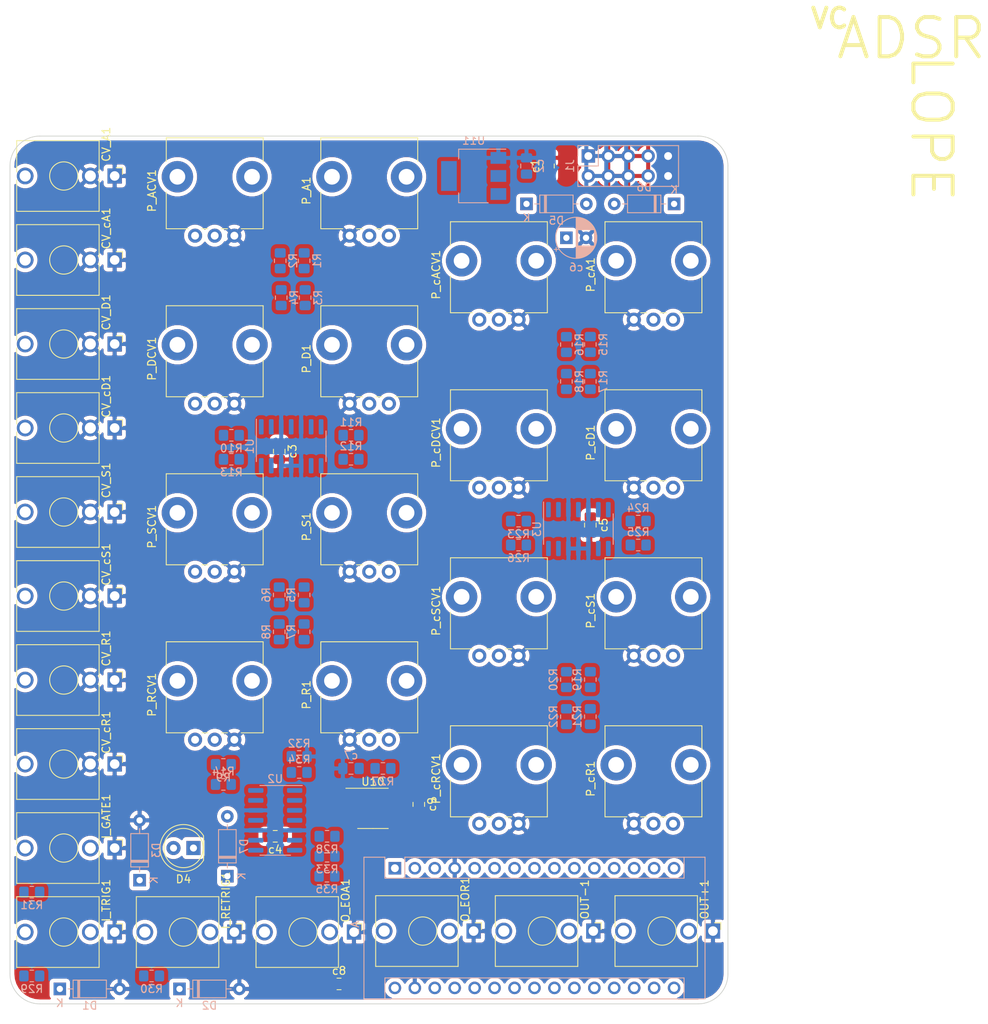
<source format=kicad_pcb>
(kicad_pcb (version 20171130) (host pcbnew 5.1.9-73d0e3b20d~88~ubuntu18.04.1)
  (layers (0 F.Cu signal) (31 B.Cu signal) (34 B.Paste user) (35 F.Paste user) (36 B.SilkS user) (37 F.SilkS user) (38 B.Mask user) (39 F.Mask user) (44 Edge.Cuts user))
  (net 0 "")
  (net 1 /A)
  (net 2 GND)
  (net 3 /D)
  (net 4 "Net-(A1-Pad5)")
  (net 5 /S)
  (net 6 "Net-(A1-Pad6)")
  (net 7 /R)
  (net 8 "Net-(A1-Pad7)")
  (net 9 /cA)
  (net 10 "Net-(A1-Pad8)")
  (net 11 /cD)
  (net 12 "Net-(A1-Pad9)")
  (net 13 /cS)
  (net 14 /GATE)
  (net 15 /cR)
  (net 16 "Net-(A1-Pad11)")
  (net 17 +5V)
  (net 18 "Net-(A1-Pad12)")
  (net 19 "Net-(A1-Pad13)")
  (net 20 -12V)
  (net 21 +12V)
  (net 22 "Net-(CV_A1-PadT)")
  (net 23 "Net-(CV_cA1-PadT)")
  (net 24 "Net-(CV_cD1-PadT)")
  (net 25 "Net-(CV_cR1-PadT)")
  (net 26 "Net-(CV_cS1-PadT)")
  (net 27 "Net-(CV_D1-PadT)")
  (net 28 "Net-(CV_R1-PadT)")
  (net 29 "Net-(CV_S1-PadT)")
  (net 30 "Net-(D4-Pad1)")
  (net 31 "Net-(D4-Pad2)")
  (net 32 "Net-(D6-Pad1)")
  (net 33 "Net-(I_GATE1-PadT)")
  (net 34 "Net-(I_RETRIG1-PadT)")
  (net 35 "Net-(I_TRIG1-PadT)")
  (net 36 "Net-(OUT+1-PadT)")
  (net 37 "Net-(OUT-1-PadT)")
  (net 38 "Net-(P_A1-Pad2)")
  (net 39 -5V)
  (net 40 "Net-(P_ACV1-Pad2)")
  (net 41 "Net-(P_cA1-Pad2)")
  (net 42 "Net-(P_cACV1-Pad2)")
  (net 43 "Net-(P_cD1-Pad2)")
  (net 44 "Net-(P_cDCV1-Pad2)")
  (net 45 "Net-(P_cR1-Pad2)")
  (net 46 "Net-(P_cRCV1-Pad2)")
  (net 47 "Net-(P_cS1-Pad2)")
  (net 48 "Net-(P_cSCV1-Pad2)")
  (net 49 "Net-(P_D1-Pad2)")
  (net 50 "Net-(P_DCV1-Pad2)")
  (net 51 "Net-(P_R1-Pad2)")
  (net 52 "Net-(P_RCV1-Pad2)")
  (net 53 "Net-(P_S1-Pad2)")
  (net 54 "Net-(P_SCV1-Pad2)")
  (net 55 "Net-(R1-Pad1)")
  (net 56 "Net-(R11-Pad2)")
  (net 57 "Net-(R12-Pad2)")
  (net 58 "Net-(R13-Pad2)")
  (net 59 "Net-(R14-Pad2)")
  (net 60 "Net-(R15-Pad1)")
  (net 61 "Net-(R17-Pad1)")
  (net 62 "Net-(R19-Pad1)")
  (net 63 "Net-(R21-Pad1)")
  (net 64 "Net-(R27-Pad2)")
  (net 65 "Net-(R28-Pad1)")
  (net 66 "Net-(R32-Pad2)")
  (net 67 "Net-(D5-Pad2)")
  (net 68 "Net-(R27-Pad1)")
  (net 69 "Net-(A1-Pad16)")
  (net 70 "Net-(A1-Pad15)")
  (net 71 "Net-(A1-Pad30)")
  (net 72 "Net-(A1-Pad14)")
  (net 73 "Net-(A1-Pad28)")
  (net 74 "Net-(A1-Pad3)")
  (net 75 "Net-(A1-Pad18)")
  (net 76 "Net-(A1-Pad2)")
  (net 77 "Net-(A1-Pad17)")
  (net 78 "Net-(A1-Pad1)")
  (net 79 "Net-(I_GATE1-PadTN)")
  (net 80 "Net-(I_RETRIG1-PadTN)")
  (net 81 "Net-(I_TRIG1-PadTN)")
  (net 82 "Net-(O_EOA1-PadTN)")
  (net 83 "Net-(O_EOR1-PadTN)")
  (net 84 "Net-(OUT+1-PadTN)")
  (net 85 "Net-(OUT-1-PadTN)")
  (module Capacitor_SMD:C_0805_2012Metric_Pad1.18x1.45mm_HandSolder (layer F.Cu) (at 207.01 44.45 90)
    (fp_text reference c1 (at 0 -1.68 90) (layer F.SilkS))
    (fp_text value 100n)
    (pad 2 smd roundrect (at 1.0375 0 90) (size 1.175 1.45) (layers F.Cu F.Paste F.Mask) (roundrect_rratio 0.212766) (net 2 GND))
    (pad 1 smd roundrect (at -1.0375 0 90) (size 1.175 1.45) (layers F.Cu F.Paste F.Mask) (roundrect_rratio 0.212766) (net 17 +5V))
  )
  (module Capacitor_SMD:C_0805_2012Metric_Pad1.18x1.45mm_HandSolder (layer F.Cu) (at 190.5 125.73 270)
    (fp_text reference c9 (at 0 -1.68 90) (layer F.SilkS))
    (fp_text value 100n)
    (pad 2 smd roundrect (at 1.0375 0 270) (size 1.175 1.45) (layers F.Cu F.Paste F.Mask) (roundrect_rratio 0.212766) (net 17 +5V))
    (pad 1 smd roundrect (at -1.0375 0 270) (size 1.175 1.45) (layers F.Cu F.Paste F.Mask) (roundrect_rratio 0.212766) (net 2 GND))
  )
  (module Capacitor_SMD:C_0805_2012Metric_Pad1.18x1.45mm_HandSolder (layer F.Cu) (at 180.34 148.59)
    (fp_text reference c8 (at 0 -1.68) (layer F.SilkS))
    (fp_text value 100n)
    (pad 2 smd roundrect (at 1.0375 0) (size 1.175 1.45) (layers F.Cu F.Paste F.Mask) (roundrect_rratio 0.212766) (net 17 +5V))
    (pad 1 smd roundrect (at -1.0375 0) (size 1.175 1.45) (layers F.Cu F.Paste F.Mask) (roundrect_rratio 0.212766) (net 2 GND))
  )
  (module Connector_PinHeader_2.54mm:PinHeader_2x05_P2.54mm_Vertical (layer B.Cu) (at 212.09 43.18 270)
    (fp_text reference J1 (at 1.27 2.33 90) (layer B.SilkS) (effects (justify mirror)))
    (fp_text value Conn_02x05_Counter_Clockwise)
    (pad 10 thru_hole oval (at 2.54 -10.16 270) (size 1.7 1.7) (drill 1) (layers *.Cu *.Mask) (net 32 "Net-(D6-Pad1)"))
    (pad 9 thru_hole oval (at 0 -10.16 270) (size 1.7 1.7) (drill 1) (layers *.Cu *.Mask) (net 32 "Net-(D6-Pad1)"))
    (pad 8 thru_hole oval (at 2.54 -7.62 270) (size 1.7 1.7) (drill 1) (layers *.Cu *.Mask) (net 2 GND))
    (pad 7 thru_hole oval (at 0 -7.62 270) (size 1.7 1.7) (drill 1) (layers *.Cu *.Mask) (net 2 GND))
    (pad 6 thru_hole oval (at 2.54 -5.08 270) (size 1.7 1.7) (drill 1) (layers *.Cu *.Mask) (net 2 GND))
    (pad 5 thru_hole oval (at 0 -5.08 270) (size 1.7 1.7) (drill 1) (layers *.Cu *.Mask) (net 2 GND))
    (pad 4 thru_hole oval (at 2.54 -2.54 270) (size 1.7 1.7) (drill 1) (layers *.Cu *.Mask) (net 2 GND))
    (pad 3 thru_hole oval (at 0 -2.54 270) (size 1.7 1.7) (drill 1) (layers *.Cu *.Mask) (net 2 GND))
    (pad 2 thru_hole oval (at 2.54 0 270) (size 1.7 1.7) (drill 1) (layers *.Cu *.Mask) (net 67 "Net-(D5-Pad2)"))
    (pad 1 thru_hole rect (at 0 0 270) (size 1.7 1.7) (drill 1) (layers *.Cu *.Mask) (net 67 "Net-(D5-Pad2)"))
  )
  (module Diode_THT:D_DO-35_SOD27_P7.62mm_Horizontal (layer B.Cu) (at 204.216 49.276)
    (fp_text reference D5 (at 3.81 2.12) (layer B.SilkS) (effects (justify mirror)))
    (fp_text value D)
    (fp_text user K (at 0 1.8) (layer B.SilkS) (effects (justify mirror)))
    (pad 2 thru_hole oval (at 7.62 0) (size 1.6 1.6) (drill 0.8) (layers *.Cu *.Mask) (net 67 "Net-(D5-Pad2)"))
    (pad 1 thru_hole rect (at 0 0) (size 1.6 1.6) (drill 0.8) (layers *.Cu *.Mask) (net 21 +12V))
  )
  (module Capacitor_THT:CP_Radial_D5.0mm_P2.50mm (layer B.Cu) (at 209.296 53.594)
    (fp_text reference c6 (at 1.25 3.75 180) (layer B.SilkS) (effects (justify mirror)))
    (fp_text value 47u)
    (pad 2 thru_hole circle (at 2.5 0) (size 1.6 1.6) (drill 0.8) (layers *.Cu *.Mask) (net 2 GND))
    (pad 1 thru_hole rect (at 0 0) (size 1.6 1.6) (drill 0.8) (layers *.Cu *.Mask) (net 21 +12V))
  )
  (module Module:Arduino_Nano (layer B.Cu) (at 187.452 133.858 270)
    (fp_text reference A1 (at 7.62 5.08 270) (layer B.SilkS) (effects (justify mirror)))
    (fp_text value Arduino_Nano_Every)
    (pad 16 thru_hole oval (at 15.24 -35.56 270) (size 1.6 1.6) (drill 1) (layers *.Cu *.Mask) (net 69 "Net-(A1-Pad16)"))
    (pad 15 thru_hole oval (at 0 -35.56 270) (size 1.6 1.6) (drill 1) (layers *.Cu *.Mask) (net 70 "Net-(A1-Pad15)"))
    (pad 30 thru_hole oval (at 15.24 0 270) (size 1.6 1.6) (drill 1) (layers *.Cu *.Mask) (net 71 "Net-(A1-Pad30)"))
    (pad 14 thru_hole oval (at 0 -33.02 270) (size 1.6 1.6) (drill 1) (layers *.Cu *.Mask) (net 72 "Net-(A1-Pad14)"))
    (pad 29 thru_hole oval (at 15.24 -2.54 270) (size 1.6 1.6) (drill 1) (layers *.Cu *.Mask) (net 2 GND))
    (pad 13 thru_hole oval (at 0 -30.48 270) (size 1.6 1.6) (drill 1) (layers *.Cu *.Mask) (net 19 "Net-(A1-Pad13)"))
    (pad 28 thru_hole oval (at 15.24 -5.08 270) (size 1.6 1.6) (drill 1) (layers *.Cu *.Mask) (net 73 "Net-(A1-Pad28)"))
    (pad 12 thru_hole oval (at 0 -27.94 270) (size 1.6 1.6) (drill 1) (layers *.Cu *.Mask) (net 18 "Net-(A1-Pad12)"))
    (pad 27 thru_hole oval (at 15.24 -7.62 270) (size 1.6 1.6) (drill 1) (layers *.Cu *.Mask) (net 17 +5V))
    (pad 11 thru_hole oval (at 0 -25.4 270) (size 1.6 1.6) (drill 1) (layers *.Cu *.Mask) (net 16 "Net-(A1-Pad11)"))
    (pad 26 thru_hole oval (at 15.24 -10.16 270) (size 1.6 1.6) (drill 1) (layers *.Cu *.Mask) (net 15 /cR))
    (pad 10 thru_hole oval (at 0 -22.86 270) (size 1.6 1.6) (drill 1) (layers *.Cu *.Mask) (net 14 /GATE))
    (pad 25 thru_hole oval (at 15.24 -12.7 270) (size 1.6 1.6) (drill 1) (layers *.Cu *.Mask) (net 13 /cS))
    (pad 9 thru_hole oval (at 0 -20.32 270) (size 1.6 1.6) (drill 1) (layers *.Cu *.Mask) (net 12 "Net-(A1-Pad9)"))
    (pad 24 thru_hole oval (at 15.24 -15.24 270) (size 1.6 1.6) (drill 1) (layers *.Cu *.Mask) (net 11 /cD))
    (pad 8 thru_hole oval (at 0 -17.78 270) (size 1.6 1.6) (drill 1) (layers *.Cu *.Mask) (net 10 "Net-(A1-Pad8)"))
    (pad 23 thru_hole oval (at 15.24 -17.78 270) (size 1.6 1.6) (drill 1) (layers *.Cu *.Mask) (net 9 /cA))
    (pad 7 thru_hole oval (at 0 -15.24 270) (size 1.6 1.6) (drill 1) (layers *.Cu *.Mask) (net 8 "Net-(A1-Pad7)"))
    (pad 22 thru_hole oval (at 15.24 -20.32 270) (size 1.6 1.6) (drill 1) (layers *.Cu *.Mask) (net 7 /R))
    (pad 6 thru_hole oval (at 0 -12.7 270) (size 1.6 1.6) (drill 1) (layers *.Cu *.Mask) (net 6 "Net-(A1-Pad6)"))
    (pad 21 thru_hole oval (at 15.24 -22.86 270) (size 1.6 1.6) (drill 1) (layers *.Cu *.Mask) (net 5 /S))
    (pad 5 thru_hole oval (at 0 -10.16 270) (size 1.6 1.6) (drill 1) (layers *.Cu *.Mask) (net 4 "Net-(A1-Pad5)"))
    (pad 20 thru_hole oval (at 15.24 -25.4 270) (size 1.6 1.6) (drill 1) (layers *.Cu *.Mask) (net 3 /D))
    (pad 4 thru_hole oval (at 0 -7.62 270) (size 1.6 1.6) (drill 1) (layers *.Cu *.Mask) (net 2 GND))
    (pad 19 thru_hole oval (at 15.24 -27.94 270) (size 1.6 1.6) (drill 1) (layers *.Cu *.Mask) (net 1 /A))
    (pad 3 thru_hole oval (at 0 -5.08 270) (size 1.6 1.6) (drill 1) (layers *.Cu *.Mask) (net 74 "Net-(A1-Pad3)"))
    (pad 18 thru_hole oval (at 15.24 -30.48 270) (size 1.6 1.6) (drill 1) (layers *.Cu *.Mask) (net 75 "Net-(A1-Pad18)"))
    (pad 2 thru_hole oval (at 0 -2.54 270) (size 1.6 1.6) (drill 1) (layers *.Cu *.Mask) (net 76 "Net-(A1-Pad2)"))
    (pad 17 thru_hole oval (at 15.24 -33.02 270) (size 1.6 1.6) (drill 1) (layers *.Cu *.Mask) (net 77 "Net-(A1-Pad17)"))
    (pad 1 thru_hole rect (at 0 0 270) (size 1.6 1.6) (drill 1) (layers *.Cu *.Mask) (net 78 "Net-(A1-Pad1)"))
  )
  (module Resistor_SMD:R_0805_2012Metric_Pad1.20x1.40mm_HandSolder (layer B.Cu) (at 166.624 78.74)
    (fp_text reference R10 (at 0 1.65) (layer B.SilkS) (effects (justify mirror)))
    (fp_text value 100k)
    (pad 1 smd roundrect (at -1 0) (size 1.2 1.4) (layers B.Cu B.Paste B.Mask) (roundrect_rratio 0.208333) (net 1 /A))
    (pad 2 smd roundrect (at 1 0) (size 1.2 1.4) (layers B.Cu B.Paste B.Mask) (roundrect_rratio 0.208333) (net 55 "Net-(R1-Pad1)"))
  )
  (module Capacitor_SMD:C_0805_2012Metric_Pad1.18x1.45mm_HandSolder (layer B.Cu) (at 204.216 44.45 90)
    (fp_text reference c2 (at 0 1.68 90) (layer B.SilkS) (effects (justify mirror)))
    (fp_text value 100n)
    (pad 1 smd roundrect (at -1.0375 0 90) (size 1.175 1.45) (layers B.Cu B.Paste B.Mask) (roundrect_rratio 0.212766) (net 17 +5V))
    (pad 2 smd roundrect (at 1.0375 0 90) (size 1.175 1.45) (layers B.Cu B.Paste B.Mask) (roundrect_rratio 0.212766) (net 2 GND))
  )
  (module Capacitor_SMD:C_0805_2012Metric_Pad1.18x1.45mm_HandSolder (layer F.Cu) (at 172.72 80.772 270)
    (fp_text reference c3 (at 0 -1.68 270) (layer F.SilkS))
    (fp_text value 100n)
    (pad 1 smd roundrect (at -1.0375 0 270) (size 1.175 1.45) (layers F.Cu F.Paste F.Mask) (roundrect_rratio 0.212766) (net 17 +5V))
    (pad 2 smd roundrect (at 1.0375 0 270) (size 1.175 1.45) (layers F.Cu F.Paste F.Mask) (roundrect_rratio 0.212766) (net 2 GND))
  )
  (module Resistor_SMD:R_0805_2012Metric_Pad1.20x1.40mm_HandSolder (layer B.Cu) (at 176.022 61.214 90)
    (fp_text reference R3 (at 0 1.65 90) (layer B.SilkS) (effects (justify mirror)))
    (fp_text value 100k)
    (pad 1 smd roundrect (at -1 0 90) (size 1.2 1.4) (layers B.Cu B.Paste B.Mask) (roundrect_rratio 0.208333) (net 56 "Net-(R11-Pad2)"))
    (pad 2 smd roundrect (at 1 0 90) (size 1.2 1.4) (layers B.Cu B.Paste B.Mask) (roundrect_rratio 0.208333) (net 49 "Net-(P_D1-Pad2)"))
  )
  (module Resistor_SMD:R_0805_2012Metric_Pad1.20x1.40mm_HandSolder (layer B.Cu) (at 175.895 56.515 90)
    (fp_text reference R1 (at 0 1.65 90) (layer B.SilkS) (effects (justify mirror)))
    (fp_text value 100k)
    (pad 2 smd roundrect (at 1 0 90) (size 1.2 1.4) (layers B.Cu B.Paste B.Mask) (roundrect_rratio 0.208333) (net 38 "Net-(P_A1-Pad2)"))
    (pad 1 smd roundrect (at -1 0 90) (size 1.2 1.4) (layers B.Cu B.Paste B.Mask) (roundrect_rratio 0.208333) (net 55 "Net-(R1-Pad1)"))
  )
  (module Resistor_SMD:R_0805_2012Metric_Pad1.20x1.40mm_HandSolder (layer B.Cu) (at 172.847 56.515 90)
    (fp_text reference R2 (at 0 1.65 90) (layer B.SilkS) (effects (justify mirror)))
    (fp_text value 180k)
    (pad 2 smd roundrect (at 1 0 90) (size 1.2 1.4) (layers B.Cu B.Paste B.Mask) (roundrect_rratio 0.208333) (net 40 "Net-(P_ACV1-Pad2)"))
    (pad 1 smd roundrect (at -1 0 90) (size 1.2 1.4) (layers B.Cu B.Paste B.Mask) (roundrect_rratio 0.208333) (net 55 "Net-(R1-Pad1)"))
  )
  (module Package_TO_SOT_SMD:SOT-223 (layer B.Cu) (at 197.485 45.72 180)
    (fp_text reference U11 (at 0 4.5) (layer B.SilkS) (effects (justify mirror)))
    (fp_text value LM1117-5.0)
    (pad 1 smd rect (at -3.15 2.3 180) (size 2 1.5) (layers B.Cu B.Paste B.Mask) (net 2 GND))
    (pad 3 smd rect (at -3.15 -2.3 180) (size 2 1.5) (layers B.Cu B.Paste B.Mask) (net 21 +12V))
    (pad 2 smd rect (at -3.15 0 180) (size 2 1.5) (layers B.Cu B.Paste B.Mask) (net 17 +5V))
    (pad 4 smd rect (at 3.15 0 180) (size 2 3.8) (layers B.Cu B.Paste B.Mask))
  )
  (module LED_THT:LED_D5.0mm (layer F.Cu) (at 161.798 131.289776 180)
    (fp_text reference D4 (at 1.27 -3.96) (layer F.SilkS))
    (fp_text value LED)
    (pad 1 thru_hole rect (at 0 0 180) (size 1.8 1.8) (drill 0.9) (layers *.Cu *.Mask) (net 30 "Net-(D4-Pad1)"))
    (pad 2 thru_hole circle (at 2.54 0 180) (size 1.8 1.8) (drill 0.9) (layers *.Cu *.Mask) (net 31 "Net-(D4-Pad2)"))
  )
  (module Connector_Audio:Jack_3.5mm_QingPu_WQP-PJ398SM_Vertical_CircularHoles (layer F.Cu) (at 151.765 45.72 270)
    (fp_text reference CV_A1 (at -4.03 1.08 270) (layer F.SilkS))
    (fp_text value PJ301M-12)
    (pad T thru_hole circle (at 0 11.4 90) (size 2.13 2.13) (drill 1.43) (layers *.Cu *.Mask) (net 22 "Net-(CV_A1-PadT)"))
    (pad S thru_hole rect (at 0 0 90) (size 1.93 1.83) (drill 1.22) (layers *.Cu *.Mask) (net 2 GND))
    (pad TN thru_hole circle (at 0 3.1 90) (size 2.13 2.13) (drill 1.42) (layers *.Cu *.Mask) (net 2 GND))
  )
  (module Connector_Audio:Jack_3.5mm_QingPu_WQP-PJ398SM_Vertical_CircularHoles (layer F.Cu) (at 151.765 56.416222 270)
    (fp_text reference CV_cA1 (at -4.03 1.08 270) (layer F.SilkS))
    (fp_text value PJ301M-12)
    (pad TN thru_hole circle (at 0 3.1 90) (size 2.13 2.13) (drill 1.42) (layers *.Cu *.Mask) (net 2 GND))
    (pad S thru_hole rect (at 0 0 90) (size 1.93 1.83) (drill 1.22) (layers *.Cu *.Mask) (net 2 GND))
    (pad T thru_hole circle (at 0 11.4 90) (size 2.13 2.13) (drill 1.43) (layers *.Cu *.Mask) (net 23 "Net-(CV_cA1-PadT)"))
  )
  (module Connector_Audio:Jack_3.5mm_QingPu_WQP-PJ398SM_Vertical_CircularHoles (layer F.Cu) (at 151.765 77.808666 270)
    (fp_text reference CV_cD1 (at -4.03 1.08 270) (layer F.SilkS))
    (fp_text value PJ301M-12)
    (pad TN thru_hole circle (at 0 3.1 90) (size 2.13 2.13) (drill 1.42) (layers *.Cu *.Mask) (net 2 GND))
    (pad S thru_hole rect (at 0 0 90) (size 1.93 1.83) (drill 1.22) (layers *.Cu *.Mask) (net 2 GND))
    (pad T thru_hole circle (at 0 11.4 90) (size 2.13 2.13) (drill 1.43) (layers *.Cu *.Mask) (net 24 "Net-(CV_cD1-PadT)"))
  )
  (module Connector_Audio:Jack_3.5mm_QingPu_WQP-PJ398SM_Vertical_CircularHoles (layer F.Cu) (at 151.765 120.593554 270)
    (fp_text reference CV_cR1 (at -4.03 1.08 270) (layer F.SilkS))
    (fp_text value PJ301M-12)
    (pad TN thru_hole circle (at 0 3.1 90) (size 2.13 2.13) (drill 1.42) (layers *.Cu *.Mask) (net 2 GND))
    (pad S thru_hole rect (at 0 0 90) (size 1.93 1.83) (drill 1.22) (layers *.Cu *.Mask) (net 2 GND))
    (pad T thru_hole circle (at 0 11.4 90) (size 2.13 2.13) (drill 1.43) (layers *.Cu *.Mask) (net 25 "Net-(CV_cR1-PadT)"))
  )
  (module Connector_Audio:Jack_3.5mm_QingPu_WQP-PJ398SM_Vertical_CircularHoles (layer F.Cu) (at 151.765 99.20111 270)
    (fp_text reference CV_cS1 (at -4.03 1.08 270) (layer F.SilkS))
    (fp_text value PJ301M-12)
    (pad TN thru_hole circle (at 0 3.1 90) (size 2.13 2.13) (drill 1.42) (layers *.Cu *.Mask) (net 2 GND))
    (pad S thru_hole rect (at 0 0 90) (size 1.93 1.83) (drill 1.22) (layers *.Cu *.Mask) (net 2 GND))
    (pad T thru_hole circle (at 0 11.4 90) (size 2.13 2.13) (drill 1.43) (layers *.Cu *.Mask) (net 26 "Net-(CV_cS1-PadT)"))
  )
  (module Connector_Audio:Jack_3.5mm_QingPu_WQP-PJ398SM_Vertical_CircularHoles (layer F.Cu) (at 151.765 67.112444 270)
    (fp_text reference CV_D1 (at -4.03 1.08 270) (layer F.SilkS))
    (fp_text value PJ301M-12)
    (pad TN thru_hole circle (at 0 3.1 90) (size 2.13 2.13) (drill 1.42) (layers *.Cu *.Mask) (net 2 GND))
    (pad S thru_hole rect (at 0 0 90) (size 1.93 1.83) (drill 1.22) (layers *.Cu *.Mask) (net 2 GND))
    (pad T thru_hole circle (at 0 11.4 90) (size 2.13 2.13) (drill 1.43) (layers *.Cu *.Mask) (net 27 "Net-(CV_D1-PadT)"))
  )
  (module Connector_Audio:Jack_3.5mm_QingPu_WQP-PJ398SM_Vertical_CircularHoles (layer F.Cu) (at 151.765 109.897332 270)
    (fp_text reference CV_R1 (at -4.03 1.08 270) (layer F.SilkS))
    (fp_text value PJ301M-12)
    (pad TN thru_hole circle (at 0 3.1 90) (size 2.13 2.13) (drill 1.42) (layers *.Cu *.Mask) (net 2 GND))
    (pad S thru_hole rect (at 0 0 90) (size 1.93 1.83) (drill 1.22) (layers *.Cu *.Mask) (net 2 GND))
    (pad T thru_hole circle (at 0 11.4 90) (size 2.13 2.13) (drill 1.43) (layers *.Cu *.Mask) (net 28 "Net-(CV_R1-PadT)"))
  )
  (module Connector_Audio:Jack_3.5mm_QingPu_WQP-PJ398SM_Vertical_CircularHoles (layer F.Cu) (at 151.765 88.504888 270)
    (fp_text reference CV_S1 (at -4.03 1.08 270) (layer F.SilkS))
    (fp_text value PJ301M-12)
    (pad T thru_hole circle (at 0 11.4 90) (size 2.13 2.13) (drill 1.43) (layers *.Cu *.Mask) (net 29 "Net-(CV_S1-PadT)"))
    (pad S thru_hole rect (at 0 0 90) (size 1.93 1.83) (drill 1.22) (layers *.Cu *.Mask) (net 2 GND))
    (pad TN thru_hole circle (at 0 3.1 90) (size 2.13 2.13) (drill 1.42) (layers *.Cu *.Mask) (net 2 GND))
  )
  (module Connector_Audio:Jack_3.5mm_QingPu_WQP-PJ398SM_Vertical_CircularHoles (layer F.Cu) (at 151.765 131.289776 270)
    (fp_text reference I_GATE1 (at -4.03 1.08 270) (layer F.SilkS))
    (fp_text value PJ301M-12)
    (pad T thru_hole circle (at 0 11.4 90) (size 2.13 2.13) (drill 1.43) (layers *.Cu *.Mask) (net 33 "Net-(I_GATE1-PadT)"))
    (pad S thru_hole rect (at 0 0 90) (size 1.93 1.83) (drill 1.22) (layers *.Cu *.Mask) (net 2 GND))
    (pad TN thru_hole circle (at 0 3.1 90) (size 2.13 2.13) (drill 1.42) (layers *.Cu *.Mask) (net 79 "Net-(I_GATE1-PadTN)"))
  )
  (module Connector_Audio:Jack_3.5mm_QingPu_WQP-PJ398SM_Vertical_CircularHoles (layer F.Cu) (at 167.005 141.986 270)
    (fp_text reference I_RETRIG1 (at -4.03 1.08 270) (layer F.SilkS))
    (fp_text value PJ301M-12)
    (pad T thru_hole circle (at 0 11.4 90) (size 2.13 2.13) (drill 1.43) (layers *.Cu *.Mask) (net 34 "Net-(I_RETRIG1-PadT)"))
    (pad S thru_hole rect (at 0 0 90) (size 1.93 1.83) (drill 1.22) (layers *.Cu *.Mask) (net 2 GND))
    (pad TN thru_hole circle (at 0 3.1 90) (size 2.13 2.13) (drill 1.42) (layers *.Cu *.Mask) (net 80 "Net-(I_RETRIG1-PadTN)"))
  )
  (module Connector_Audio:Jack_3.5mm_QingPu_WQP-PJ398SM_Vertical_CircularHoles (layer F.Cu) (at 151.765 141.986 270)
    (fp_text reference I_TRIG1 (at -4.03 1.08 270) (layer F.SilkS))
    (fp_text value PJ301M-12)
    (pad T thru_hole circle (at 0 11.4 90) (size 2.13 2.13) (drill 1.43) (layers *.Cu *.Mask) (net 35 "Net-(I_TRIG1-PadT)"))
    (pad S thru_hole rect (at 0 0 90) (size 1.93 1.83) (drill 1.22) (layers *.Cu *.Mask) (net 2 GND))
    (pad TN thru_hole circle (at 0 3.1 90) (size 2.13 2.13) (drill 1.42) (layers *.Cu *.Mask) (net 81 "Net-(I_TRIG1-PadTN)"))
  )
  (module Connector_Audio:Jack_3.5mm_QingPu_WQP-PJ398SM_Vertical_CircularHoles (layer F.Cu) (at 182.245 141.986 270)
    (fp_text reference O_EOA1 (at -4.03 1.08 270) (layer F.SilkS))
    (fp_text value PJ301M-12)
    (pad TN thru_hole circle (at 0 3.1 90) (size 2.13 2.13) (drill 1.42) (layers *.Cu *.Mask) (net 82 "Net-(O_EOA1-PadTN)"))
    (pad S thru_hole rect (at 0 0 90) (size 1.93 1.83) (drill 1.22) (layers *.Cu *.Mask) (net 2 GND))
    (pad T thru_hole circle (at 0 11.4 90) (size 2.13 2.13) (drill 1.43) (layers *.Cu *.Mask) (net 19 "Net-(A1-Pad13)"))
  )
  (module Connector_Audio:Jack_3.5mm_QingPu_WQP-PJ398SM_Vertical_CircularHoles (layer F.Cu) (at 197.485 141.859 270)
    (fp_text reference O_EOR1 (at -4.03 1.08 270) (layer F.SilkS))
    (fp_text value PJ301M-12)
    (pad T thru_hole circle (at 0 11.4 90) (size 2.13 2.13) (drill 1.43) (layers *.Cu *.Mask) (net 18 "Net-(A1-Pad12)"))
    (pad S thru_hole rect (at 0 0 90) (size 1.93 1.83) (drill 1.22) (layers *.Cu *.Mask) (net 2 GND))
    (pad TN thru_hole circle (at 0 3.1 90) (size 2.13 2.13) (drill 1.42) (layers *.Cu *.Mask) (net 83 "Net-(O_EOR1-PadTN)"))
  )
  (module Connector_Audio:Jack_3.5mm_QingPu_WQP-PJ398SM_Vertical_CircularHoles (layer F.Cu) (at 227.965 141.859 270)
    (fp_text reference OUT+1 (at -4.03 1.08 270) (layer F.SilkS))
    (fp_text value PJ301M-12)
    (pad T thru_hole circle (at 0 11.4 90) (size 2.13 2.13) (drill 1.43) (layers *.Cu *.Mask) (net 36 "Net-(OUT+1-PadT)"))
    (pad S thru_hole rect (at 0 0 90) (size 1.93 1.83) (drill 1.22) (layers *.Cu *.Mask) (net 2 GND))
    (pad TN thru_hole circle (at 0 3.1 90) (size 2.13 2.13) (drill 1.42) (layers *.Cu *.Mask) (net 84 "Net-(OUT+1-PadTN)"))
  )
  (module Connector_Audio:Jack_3.5mm_QingPu_WQP-PJ398SM_Vertical_CircularHoles (layer F.Cu) (at 212.725 141.859 270)
    (fp_text reference OUT-1 (at -4.03 1.08 270) (layer F.SilkS))
    (fp_text value PJ301M-12)
    (pad TN thru_hole circle (at 0 3.1 90) (size 2.13 2.13) (drill 1.42) (layers *.Cu *.Mask) (net 85 "Net-(OUT-1-PadTN)"))
    (pad S thru_hole rect (at 0 0 90) (size 1.93 1.83) (drill 1.22) (layers *.Cu *.Mask) (net 2 GND))
    (pad T thru_hole circle (at 0 11.4 90) (size 2.13 2.13) (drill 1.43) (layers *.Cu *.Mask) (net 37 "Net-(OUT-1-PadT)"))
  )
  (module Potentiometer_THT:Potentiometer_Alps_RK09L_Single_Vertical (layer F.Cu) (at 186.69 53.32 90)
    (fp_text reference P_A1 (at 5.725 -10.5 90) (layer F.SilkS))
    (fp_text value 100k)
    (pad "" np_thru_hole circle (at 7.5 2.25 90) (size 4 4) (drill 2) (layers *.Cu *.Mask))
    (pad "" np_thru_hole circle (at 7.5 -7.25 90) (size 4 4) (drill 2) (layers *.Cu *.Mask))
    (pad 1 thru_hole circle (at 0 0 90) (size 1.8 1.8) (drill 1) (layers *.Cu *.Mask) (net 39 -5V))
    (pad 2 thru_hole circle (at 0 -2.5 90) (size 1.8 1.8) (drill 1) (layers *.Cu *.Mask) (net 38 "Net-(P_A1-Pad2)"))
    (pad 3 thru_hole circle (at 0 -5 90) (size 1.8 1.8) (drill 1) (layers *.Cu *.Mask) (net 2 GND))
  )
  (module Potentiometer_THT:Potentiometer_Alps_RK09L_Single_Vertical (layer F.Cu) (at 167.005 53.32 90)
    (fp_text reference P_ACV1 (at 5.725 -10.5 90) (layer F.SilkS))
    (fp_text value 100k)
    (pad 3 thru_hole circle (at 0 -5 90) (size 1.8 1.8) (drill 1) (layers *.Cu *.Mask) (net 22 "Net-(CV_A1-PadT)"))
    (pad 2 thru_hole circle (at 0 -2.5 90) (size 1.8 1.8) (drill 1) (layers *.Cu *.Mask) (net 40 "Net-(P_ACV1-Pad2)"))
    (pad 1 thru_hole circle (at 0 0 90) (size 1.8 1.8) (drill 1) (layers *.Cu *.Mask) (net 2 GND))
    (pad "" np_thru_hole circle (at 7.5 -7.25 90) (size 4 4) (drill 2) (layers *.Cu *.Mask))
    (pad "" np_thru_hole circle (at 7.5 2.25 90) (size 4 4) (drill 2) (layers *.Cu *.Mask))
  )
  (module Potentiometer_THT:Potentiometer_Alps_RK09L_Single_Vertical (layer F.Cu) (at 222.885 64.016222 90)
    (fp_text reference P_cA1 (at 5.725 -10.5 90) (layer F.SilkS))
    (fp_text value 100k)
    (pad "" np_thru_hole circle (at 7.5 2.25 90) (size 4 4) (drill 2) (layers *.Cu *.Mask))
    (pad "" np_thru_hole circle (at 7.5 -7.25 90) (size 4 4) (drill 2) (layers *.Cu *.Mask))
    (pad 1 thru_hole circle (at 0 0 90) (size 1.8 1.8) (drill 1) (layers *.Cu *.Mask) (net 39 -5V))
    (pad 2 thru_hole circle (at 0 -2.5 90) (size 1.8 1.8) (drill 1) (layers *.Cu *.Mask) (net 41 "Net-(P_cA1-Pad2)"))
    (pad 3 thru_hole circle (at 0 -5 90) (size 1.8 1.8) (drill 1) (layers *.Cu *.Mask) (net 2 GND))
  )
  (module Potentiometer_THT:Potentiometer_Alps_RK09L_Single_Vertical (layer F.Cu) (at 203.2 64.016222 90)
    (fp_text reference P_cACV1 (at 5.725 -10.5 90) (layer F.SilkS))
    (fp_text value 100k)
    (pad "" np_thru_hole circle (at 7.5 2.25 90) (size 4 4) (drill 2) (layers *.Cu *.Mask))
    (pad "" np_thru_hole circle (at 7.5 -7.25 90) (size 4 4) (drill 2) (layers *.Cu *.Mask))
    (pad 1 thru_hole circle (at 0 0 90) (size 1.8 1.8) (drill 1) (layers *.Cu *.Mask) (net 2 GND))
    (pad 2 thru_hole circle (at 0 -2.5 90) (size 1.8 1.8) (drill 1) (layers *.Cu *.Mask) (net 42 "Net-(P_cACV1-Pad2)"))
    (pad 3 thru_hole circle (at 0 -5 90) (size 1.8 1.8) (drill 1) (layers *.Cu *.Mask) (net 23 "Net-(CV_cA1-PadT)"))
  )
  (module Potentiometer_THT:Potentiometer_Alps_RK09L_Single_Vertical (layer F.Cu) (at 222.885 85.408666 90)
    (fp_text reference P_cD1 (at 5.725 -10.5 90) (layer F.SilkS))
    (fp_text value 100k)
    (pad 3 thru_hole circle (at 0 -5 90) (size 1.8 1.8) (drill 1) (layers *.Cu *.Mask) (net 2 GND))
    (pad 2 thru_hole circle (at 0 -2.5 90) (size 1.8 1.8) (drill 1) (layers *.Cu *.Mask) (net 43 "Net-(P_cD1-Pad2)"))
    (pad 1 thru_hole circle (at 0 0 90) (size 1.8 1.8) (drill 1) (layers *.Cu *.Mask) (net 39 -5V))
    (pad "" np_thru_hole circle (at 7.5 -7.25 90) (size 4 4) (drill 2) (layers *.Cu *.Mask))
    (pad "" np_thru_hole circle (at 7.5 2.25 90) (size 4 4) (drill 2) (layers *.Cu *.Mask))
  )
  (module Potentiometer_THT:Potentiometer_Alps_RK09L_Single_Vertical (layer F.Cu) (at 203.2 85.408666 90)
    (fp_text reference P_cDCV1 (at 5.725 -10.5 90) (layer F.SilkS))
    (fp_text value 100k)
    (pad 3 thru_hole circle (at 0 -5 90) (size 1.8 1.8) (drill 1) (layers *.Cu *.Mask) (net 24 "Net-(CV_cD1-PadT)"))
    (pad 2 thru_hole circle (at 0 -2.5 90) (size 1.8 1.8) (drill 1) (layers *.Cu *.Mask) (net 44 "Net-(P_cDCV1-Pad2)"))
    (pad 1 thru_hole circle (at 0 0 90) (size 1.8 1.8) (drill 1) (layers *.Cu *.Mask) (net 2 GND))
    (pad "" np_thru_hole circle (at 7.5 -7.25 90) (size 4 4) (drill 2) (layers *.Cu *.Mask))
    (pad "" np_thru_hole circle (at 7.5 2.25 90) (size 4 4) (drill 2) (layers *.Cu *.Mask))
  )
  (module Potentiometer_THT:Potentiometer_Alps_RK09L_Single_Vertical (layer F.Cu) (at 222.885 128.193554 90)
    (fp_text reference P_cR1 (at 5.725 -10.5 90) (layer F.SilkS))
    (fp_text value 100k)
    (pad "" np_thru_hole circle (at 7.5 2.25 90) (size 4 4) (drill 2) (layers *.Cu *.Mask))
    (pad "" np_thru_hole circle (at 7.5 -7.25 90) (size 4 4) (drill 2) (layers *.Cu *.Mask))
    (pad 1 thru_hole circle (at 0 0 90) (size 1.8 1.8) (drill 1) (layers *.Cu *.Mask) (net 39 -5V))
    (pad 2 thru_hole circle (at 0 -2.5 90) (size 1.8 1.8) (drill 1) (layers *.Cu *.Mask) (net 45 "Net-(P_cR1-Pad2)"))
    (pad 3 thru_hole circle (at 0 -5 90) (size 1.8 1.8) (drill 1) (layers *.Cu *.Mask) (net 2 GND))
  )
  (module Potentiometer_THT:Potentiometer_Alps_RK09L_Single_Vertical (layer F.Cu) (at 203.2 128.193554 90)
    (fp_text reference P_cRCV1 (at 5.725 -10.5 90) (layer F.SilkS))
    (fp_text value 100k)
    (pad "" np_thru_hole circle (at 7.5 2.25 90) (size 4 4) (drill 2) (layers *.Cu *.Mask))
    (pad "" np_thru_hole circle (at 7.5 -7.25 90) (size 4 4) (drill 2) (layers *.Cu *.Mask))
    (pad 1 thru_hole circle (at 0 0 90) (size 1.8 1.8) (drill 1) (layers *.Cu *.Mask) (net 2 GND))
    (pad 2 thru_hole circle (at 0 -2.5 90) (size 1.8 1.8) (drill 1) (layers *.Cu *.Mask) (net 46 "Net-(P_cRCV1-Pad2)"))
    (pad 3 thru_hole circle (at 0 -5 90) (size 1.8 1.8) (drill 1) (layers *.Cu *.Mask) (net 25 "Net-(CV_cR1-PadT)"))
  )
  (module Potentiometer_THT:Potentiometer_Alps_RK09L_Single_Vertical (layer F.Cu) (at 222.885 106.80111 90)
    (fp_text reference P_cS1 (at 5.725 -10.5 90) (layer F.SilkS))
    (fp_text value 100k)
    (pad 3 thru_hole circle (at 0 -5 90) (size 1.8 1.8) (drill 1) (layers *.Cu *.Mask) (net 2 GND))
    (pad 2 thru_hole circle (at 0 -2.5 90) (size 1.8 1.8) (drill 1) (layers *.Cu *.Mask) (net 47 "Net-(P_cS1-Pad2)"))
    (pad 1 thru_hole circle (at 0 0 90) (size 1.8 1.8) (drill 1) (layers *.Cu *.Mask) (net 39 -5V))
    (pad "" np_thru_hole circle (at 7.5 -7.25 90) (size 4 4) (drill 2) (layers *.Cu *.Mask))
    (pad "" np_thru_hole circle (at 7.5 2.25 90) (size 4 4) (drill 2) (layers *.Cu *.Mask))
  )
  (module Potentiometer_THT:Potentiometer_Alps_RK09L_Single_Vertical (layer F.Cu) (at 203.2 106.80111 90)
    (fp_text reference P_cSCV1 (at 5.725 -10.5 90) (layer F.SilkS))
    (fp_text value 100k)
    (pad 3 thru_hole circle (at 0 -5 90) (size 1.8 1.8) (drill 1) (layers *.Cu *.Mask) (net 26 "Net-(CV_cS1-PadT)"))
    (pad 2 thru_hole circle (at 0 -2.5 90) (size 1.8 1.8) (drill 1) (layers *.Cu *.Mask) (net 48 "Net-(P_cSCV1-Pad2)"))
    (pad 1 thru_hole circle (at 0 0 90) (size 1.8 1.8) (drill 1) (layers *.Cu *.Mask) (net 2 GND))
    (pad "" np_thru_hole circle (at 7.5 -7.25 90) (size 4 4) (drill 2) (layers *.Cu *.Mask))
    (pad "" np_thru_hole circle (at 7.5 2.25 90) (size 4 4) (drill 2) (layers *.Cu *.Mask))
  )
  (module Potentiometer_THT:Potentiometer_Alps_RK09L_Single_Vertical (layer F.Cu) (at 186.69 74.712444 90)
    (fp_text reference P_D1 (at 5.725 -10.5 90) (layer F.SilkS))
    (fp_text value 100k)
    (pad 3 thru_hole circle (at 0 -5 90) (size 1.8 1.8) (drill 1) (layers *.Cu *.Mask) (net 2 GND))
    (pad 2 thru_hole circle (at 0 -2.5 90) (size 1.8 1.8) (drill 1) (layers *.Cu *.Mask) (net 49 "Net-(P_D1-Pad2)"))
    (pad 1 thru_hole circle (at 0 0 90) (size 1.8 1.8) (drill 1) (layers *.Cu *.Mask) (net 39 -5V))
    (pad "" np_thru_hole circle (at 7.5 -7.25 90) (size 4 4) (drill 2) (layers *.Cu *.Mask))
    (pad "" np_thru_hole circle (at 7.5 2.25 90) (size 4 4) (drill 2) (layers *.Cu *.Mask))
  )
  (module Potentiometer_THT:Potentiometer_Alps_RK09L_Single_Vertical (layer F.Cu) (at 167.005 74.712444 90)
    (fp_text reference P_DCV1 (at 5.725 -10.5 90) (layer F.SilkS))
    (fp_text value 100k)
    (pad "" np_thru_hole circle (at 7.5 2.25 90) (size 4 4) (drill 2) (layers *.Cu *.Mask))
    (pad "" np_thru_hole circle (at 7.5 -7.25 90) (size 4 4) (drill 2) (layers *.Cu *.Mask))
    (pad 1 thru_hole circle (at 0 0 90) (size 1.8 1.8) (drill 1) (layers *.Cu *.Mask) (net 2 GND))
    (pad 2 thru_hole circle (at 0 -2.5 90) (size 1.8 1.8) (drill 1) (layers *.Cu *.Mask) (net 50 "Net-(P_DCV1-Pad2)"))
    (pad 3 thru_hole circle (at 0 -5 90) (size 1.8 1.8) (drill 1) (layers *.Cu *.Mask) (net 27 "Net-(CV_D1-PadT)"))
  )
  (module Potentiometer_THT:Potentiometer_Alps_RK09L_Single_Vertical (layer F.Cu) (at 186.69 117.497332 90)
    (fp_text reference P_R1 (at 5.725 -10.5 90) (layer F.SilkS))
    (fp_text value 100k)
    (pad 3 thru_hole circle (at 0 -5 90) (size 1.8 1.8) (drill 1) (layers *.Cu *.Mask) (net 2 GND))
    (pad 2 thru_hole circle (at 0 -2.5 90) (size 1.8 1.8) (drill 1) (layers *.Cu *.Mask) (net 51 "Net-(P_R1-Pad2)"))
    (pad 1 thru_hole circle (at 0 0 90) (size 1.8 1.8) (drill 1) (layers *.Cu *.Mask) (net 39 -5V))
    (pad "" np_thru_hole circle (at 7.5 -7.25 90) (size 4 4) (drill 2) (layers *.Cu *.Mask))
    (pad "" np_thru_hole circle (at 7.5 2.25 90) (size 4 4) (drill 2) (layers *.Cu *.Mask))
  )
  (module Potentiometer_THT:Potentiometer_Alps_RK09L_Single_Vertical (layer F.Cu) (at 167.005 117.497332 90)
    (fp_text reference P_RCV1 (at 5.725 -10.5 90) (layer F.SilkS))
    (fp_text value 100k)
    (pad "" np_thru_hole circle (at 7.5 2.25 90) (size 4 4) (drill 2) (layers *.Cu *.Mask))
    (pad "" np_thru_hole circle (at 7.5 -7.25 90) (size 4 4) (drill 2) (layers *.Cu *.Mask))
    (pad 1 thru_hole circle (at 0 0 90) (size 1.8 1.8) (drill 1) (layers *.Cu *.Mask) (net 2 GND))
    (pad 2 thru_hole circle (at 0 -2.5 90) (size 1.8 1.8) (drill 1) (layers *.Cu *.Mask) (net 52 "Net-(P_RCV1-Pad2)"))
    (pad 3 thru_hole circle (at 0 -5 90) (size 1.8 1.8) (drill 1) (layers *.Cu *.Mask) (net 28 "Net-(CV_R1-PadT)"))
  )
  (module Potentiometer_THT:Potentiometer_Alps_RK09L_Single_Vertical (layer F.Cu) (at 186.69 96.104888 90)
    (fp_text reference P_S1 (at 5.725 -10.5 90) (layer F.SilkS))
    (fp_text value 100k)
    (pad "" np_thru_hole circle (at 7.5 2.25 90) (size 4 4) (drill 2) (layers *.Cu *.Mask))
    (pad "" np_thru_hole circle (at 7.5 -7.25 90) (size 4 4) (drill 2) (layers *.Cu *.Mask))
    (pad 1 thru_hole circle (at 0 0 90) (size 1.8 1.8) (drill 1) (layers *.Cu *.Mask) (net 39 -5V))
    (pad 2 thru_hole circle (at 0 -2.5 90) (size 1.8 1.8) (drill 1) (layers *.Cu *.Mask) (net 53 "Net-(P_S1-Pad2)"))
    (pad 3 thru_hole circle (at 0 -5 90) (size 1.8 1.8) (drill 1) (layers *.Cu *.Mask) (net 2 GND))
  )
  (module Potentiometer_THT:Potentiometer_Alps_RK09L_Single_Vertical (layer F.Cu) (at 167.005 96.104888 90)
    (fp_text reference P_SCV1 (at 5.725 -10.5 90) (layer F.SilkS))
    (fp_text value 100k)
    (pad 3 thru_hole circle (at 0 -5 90) (size 1.8 1.8) (drill 1) (layers *.Cu *.Mask) (net 29 "Net-(CV_S1-PadT)"))
    (pad 2 thru_hole circle (at 0 -2.5 90) (size 1.8 1.8) (drill 1) (layers *.Cu *.Mask) (net 54 "Net-(P_SCV1-Pad2)"))
    (pad 1 thru_hole circle (at 0 0 90) (size 1.8 1.8) (drill 1) (layers *.Cu *.Mask) (net 2 GND))
    (pad "" np_thru_hole circle (at 7.5 -7.25 90) (size 4 4) (drill 2) (layers *.Cu *.Mask))
    (pad "" np_thru_hole circle (at 7.5 2.25 90) (size 4 4) (drill 2) (layers *.Cu *.Mask))
  )
  (module Capacitor_SMD:C_0805_2012Metric_Pad1.18x1.45mm_HandSolder (layer F.Cu) (at 172.212 129.794 180)
    (fp_text reference c4 (at 0 -1.68) (layer F.SilkS))
    (fp_text value 100n)
    (pad 1 smd roundrect (at -1.0375 0 180) (size 1.175 1.45) (layers F.Cu F.Paste F.Mask) (roundrect_rratio 0.212766) (net 21 +12V))
    (pad 2 smd roundrect (at 1.0375 0 180) (size 1.175 1.45) (layers F.Cu F.Paste F.Mask) (roundrect_rratio 0.212766) (net 20 -12V))
  )
  (module Capacitor_SMD:C_0805_2012Metric_Pad1.18x1.45mm_HandSolder (layer F.Cu) (at 212.344 90.17 270)
    (fp_text reference c5 (at 0 -1.68 270) (layer F.SilkS))
    (fp_text value 100n)
    (pad 1 smd roundrect (at -1.0375 0 270) (size 1.175 1.45) (layers F.Cu F.Paste F.Mask) (roundrect_rratio 0.212766) (net 17 +5V))
    (pad 2 smd roundrect (at 1.0375 0 270) (size 1.175 1.45) (layers F.Cu F.Paste F.Mask) (roundrect_rratio 0.212766) (net 2 GND))
  )
  (module Capacitor_SMD:C_0805_2012Metric_Pad1.18x1.45mm_HandSolder (layer B.Cu) (at 181.864 121.158 180)
    (fp_text reference c7 (at 0 1.68) (layer B.SilkS) (effects (justify mirror)))
    (fp_text value 10n)
    (pad 2 smd roundrect (at 1.0375 0 180) (size 1.175 1.45) (layers B.Cu B.Paste B.Mask) (roundrect_rratio 0.212766) (net 2 GND))
    (pad 1 smd roundrect (at -1.0375 0 180) (size 1.175 1.45) (layers B.Cu B.Paste B.Mask) (roundrect_rratio 0.212766) (net 68 "Net-(R27-Pad1)"))
  )
  (module Diode_THT:D_DO-35_SOD27_P7.62mm_Horizontal (layer B.Cu) (at 144.78 149.225)
    (fp_text reference D1 (at 3.81 2.12) (layer B.SilkS) (effects (justify mirror)))
    (fp_text value 1N53xxB)
    (fp_text user K (at 0 1.8) (layer B.SilkS) (effects (justify mirror)))
    (pad 1 thru_hole rect (at 0 0) (size 1.6 1.6) (drill 0.8) (layers *.Cu *.Mask) (net 4 "Net-(A1-Pad5)"))
    (pad 2 thru_hole oval (at 7.62 0) (size 1.6 1.6) (drill 0.8) (layers *.Cu *.Mask) (net 2 GND))
  )
  (module Diode_THT:D_DO-35_SOD27_P7.62mm_Horizontal (layer B.Cu) (at 160.02 149.225)
    (fp_text reference D2 (at 3.81 2.12) (layer B.SilkS) (effects (justify mirror)))
    (fp_text value 1N53xxB)
    (fp_text user K (at 0 1.8) (layer B.SilkS) (effects (justify mirror)))
    (pad 1 thru_hole rect (at 0 0) (size 1.6 1.6) (drill 0.8) (layers *.Cu *.Mask) (net 6 "Net-(A1-Pad6)"))
    (pad 2 thru_hole oval (at 7.62 0) (size 1.6 1.6) (drill 0.8) (layers *.Cu *.Mask) (net 2 GND))
  )
  (module Diode_THT:D_DO-35_SOD27_P7.62mm_Horizontal (layer B.Cu) (at 154.94 135.382 90)
    (fp_text reference D3 (at 3.81 2.12 90) (layer B.SilkS) (effects (justify mirror)))
    (fp_text value 1N53xxB)
    (fp_text user K (at 0 1.8 90) (layer B.SilkS) (effects (justify mirror)))
    (pad 2 thru_hole oval (at 7.62 0 90) (size 1.6 1.6) (drill 0.8) (layers *.Cu *.Mask) (net 2 GND))
    (pad 1 thru_hole rect (at 0 0 90) (size 1.6 1.6) (drill 0.8) (layers *.Cu *.Mask) (net 14 /GATE))
  )
  (module Diode_THT:D_DO-35_SOD27_P7.62mm_Horizontal (layer B.Cu) (at 223.012 49.276 180)
    (fp_text reference D6 (at 3.81 2.12) (layer B.SilkS) (effects (justify mirror)))
    (fp_text value D)
    (fp_text user K (at 0 1.8) (layer B.SilkS) (effects (justify mirror)))
    (pad 1 thru_hole rect (at 0 0 180) (size 1.6 1.6) (drill 0.8) (layers *.Cu *.Mask) (net 32 "Net-(D6-Pad1)"))
    (pad 2 thru_hole oval (at 7.62 0 180) (size 1.6 1.6) (drill 0.8) (layers *.Cu *.Mask) (net 20 -12V))
  )
  (module Diode_THT:D_DO-35_SOD27_P7.62mm_Horizontal (layer B.Cu) (at 166.116 134.874 90)
    (fp_text reference D7 (at 3.81 2.12 90) (layer B.SilkS) (effects (justify mirror)))
    (fp_text value D)
    (fp_text user K (at 0 1.8 90) (layer B.SilkS) (effects (justify mirror)))
    (pad 2 thru_hole oval (at 7.62 0 90) (size 1.6 1.6) (drill 0.8) (layers *.Cu *.Mask) (net 30 "Net-(D4-Pad1)"))
    (pad 1 thru_hole rect (at 0 0 90) (size 1.6 1.6) (drill 0.8) (layers *.Cu *.Mask) (net 31 "Net-(D4-Pad2)"))
  )
  (module Resistor_SMD:R_0805_2012Metric_Pad1.20x1.40mm_HandSolder (layer B.Cu) (at 172.974 61.214 90)
    (fp_text reference R4 (at 0 1.65 90) (layer B.SilkS) (effects (justify mirror)))
    (fp_text value 180k)
    (pad 1 smd roundrect (at -1 0 90) (size 1.2 1.4) (layers B.Cu B.Paste B.Mask) (roundrect_rratio 0.208333) (net 56 "Net-(R11-Pad2)"))
    (pad 2 smd roundrect (at 1 0 90) (size 1.2 1.4) (layers B.Cu B.Paste B.Mask) (roundrect_rratio 0.208333) (net 50 "Net-(P_DCV1-Pad2)"))
  )
  (module Resistor_SMD:R_0805_2012Metric_Pad1.20x1.40mm_HandSolder (layer B.Cu) (at 175.895 99.06 270)
    (fp_text reference R5 (at 0 1.65 90) (layer B.SilkS) (effects (justify mirror)))
    (fp_text value 100k)
    (pad 2 smd roundrect (at 1 0 270) (size 1.2 1.4) (layers B.Cu B.Paste B.Mask) (roundrect_rratio 0.208333) (net 53 "Net-(P_S1-Pad2)"))
    (pad 1 smd roundrect (at -1 0 270) (size 1.2 1.4) (layers B.Cu B.Paste B.Mask) (roundrect_rratio 0.208333) (net 57 "Net-(R12-Pad2)"))
  )
  (module Resistor_SMD:R_0805_2012Metric_Pad1.20x1.40mm_HandSolder (layer B.Cu) (at 172.72 99.06 270)
    (fp_text reference R6 (at 0 1.65 90) (layer B.SilkS) (effects (justify mirror)))
    (fp_text value 180k)
    (pad 2 smd roundrect (at 1 0 270) (size 1.2 1.4) (layers B.Cu B.Paste B.Mask) (roundrect_rratio 0.208333) (net 54 "Net-(P_SCV1-Pad2)"))
    (pad 1 smd roundrect (at -1 0 270) (size 1.2 1.4) (layers B.Cu B.Paste B.Mask) (roundrect_rratio 0.208333) (net 57 "Net-(R12-Pad2)"))
  )
  (module Resistor_SMD:R_0805_2012Metric_Pad1.20x1.40mm_HandSolder (layer B.Cu) (at 175.895 103.759 270)
    (fp_text reference R7 (at 0 1.65 90) (layer B.SilkS) (effects (justify mirror)))
    (fp_text value 100k)
    (pad 2 smd roundrect (at 1 0 270) (size 1.2 1.4) (layers B.Cu B.Paste B.Mask) (roundrect_rratio 0.208333) (net 51 "Net-(P_R1-Pad2)"))
    (pad 1 smd roundrect (at -1 0 270) (size 1.2 1.4) (layers B.Cu B.Paste B.Mask) (roundrect_rratio 0.208333) (net 58 "Net-(R13-Pad2)"))
  )
  (module Resistor_SMD:R_0805_2012Metric_Pad1.20x1.40mm_HandSolder (layer B.Cu) (at 172.72 103.759 270)
    (fp_text reference R8 (at 0 1.65 90) (layer B.SilkS) (effects (justify mirror)))
    (fp_text value 180k)
    (pad 2 smd roundrect (at 1 0 270) (size 1.2 1.4) (layers B.Cu B.Paste B.Mask) (roundrect_rratio 0.208333) (net 52 "Net-(P_RCV1-Pad2)"))
    (pad 1 smd roundrect (at -1 0 270) (size 1.2 1.4) (layers B.Cu B.Paste B.Mask) (roundrect_rratio 0.208333) (net 58 "Net-(R13-Pad2)"))
  )
  (module Resistor_SMD:R_0805_2012Metric_Pad1.20x1.40mm_HandSolder (layer B.Cu) (at 165.608 120.65)
    (fp_text reference R9 (at 0 1.65) (layer B.SilkS) (effects (justify mirror)))
    (fp_text value 100k)
    (pad 2 smd roundrect (at 1 0) (size 1.2 1.4) (layers B.Cu B.Paste B.Mask) (roundrect_rratio 0.208333) (net 17 +5V))
    (pad 1 smd roundrect (at -1 0) (size 1.2 1.4) (layers B.Cu B.Paste B.Mask) (roundrect_rratio 0.208333) (net 59 "Net-(R14-Pad2)"))
  )
  (module Resistor_SMD:R_0805_2012Metric_Pad1.20x1.40mm_HandSolder (layer B.Cu) (at 181.864 78.74 180)
    (fp_text reference R11 (at 0 1.65) (layer B.SilkS) (effects (justify mirror)))
    (fp_text value 100k)
    (pad 2 smd roundrect (at 1 0 180) (size 1.2 1.4) (layers B.Cu B.Paste B.Mask) (roundrect_rratio 0.208333) (net 56 "Net-(R11-Pad2)"))
    (pad 1 smd roundrect (at -1 0 180) (size 1.2 1.4) (layers B.Cu B.Paste B.Mask) (roundrect_rratio 0.208333) (net 3 /D))
  )
  (module Resistor_SMD:R_0805_2012Metric_Pad1.20x1.40mm_HandSolder (layer B.Cu) (at 181.864 81.788 180)
    (fp_text reference R12 (at 0 1.65) (layer B.SilkS) (effects (justify mirror)))
    (fp_text value 100k)
    (pad 1 smd roundrect (at -1 0 180) (size 1.2 1.4) (layers B.Cu B.Paste B.Mask) (roundrect_rratio 0.208333) (net 5 /S))
    (pad 2 smd roundrect (at 1 0 180) (size 1.2 1.4) (layers B.Cu B.Paste B.Mask) (roundrect_rratio 0.208333) (net 57 "Net-(R12-Pad2)"))
  )
  (module Resistor_SMD:R_0805_2012Metric_Pad1.20x1.40mm_HandSolder (layer B.Cu) (at 166.624 81.788)
    (fp_text reference R13 (at 0 1.65) (layer B.SilkS) (effects (justify mirror)))
    (fp_text value 100k)
    (pad 1 smd roundrect (at -1 0) (size 1.2 1.4) (layers B.Cu B.Paste B.Mask) (roundrect_rratio 0.208333) (net 7 /R))
    (pad 2 smd roundrect (at 1 0) (size 1.2 1.4) (layers B.Cu B.Paste B.Mask) (roundrect_rratio 0.208333) (net 58 "Net-(R13-Pad2)"))
  )
  (module Resistor_SMD:R_0805_2012Metric_Pad1.20x1.40mm_HandSolder (layer B.Cu) (at 165.608 123.19 180)
    (fp_text reference R14 (at 0 1.65) (layer B.SilkS) (effects (justify mirror)))
    (fp_text value 100k)
    (pad 1 smd roundrect (at -1 0 180) (size 1.2 1.4) (layers B.Cu B.Paste B.Mask) (roundrect_rratio 0.208333) (net 39 -5V))
    (pad 2 smd roundrect (at 1 0 180) (size 1.2 1.4) (layers B.Cu B.Paste B.Mask) (roundrect_rratio 0.208333) (net 59 "Net-(R14-Pad2)"))
  )
  (module Resistor_SMD:R_0805_2012Metric_Pad1.20x1.40mm_HandSolder (layer B.Cu) (at 212.344 67.167 90)
    (fp_text reference R15 (at 0 1.65 90) (layer B.SilkS) (effects (justify mirror)))
    (fp_text value 100k)
    (pad 1 smd roundrect (at -1 0 90) (size 1.2 1.4) (layers B.Cu B.Paste B.Mask) (roundrect_rratio 0.208333) (net 60 "Net-(R15-Pad1)"))
    (pad 2 smd roundrect (at 1 0 90) (size 1.2 1.4) (layers B.Cu B.Paste B.Mask) (roundrect_rratio 0.208333) (net 41 "Net-(P_cA1-Pad2)"))
  )
  (module Resistor_SMD:R_0805_2012Metric_Pad1.20x1.40mm_HandSolder (layer B.Cu) (at 209.296 67.183 90)
    (fp_text reference R16 (at 0 1.65 90) (layer B.SilkS) (effects (justify mirror)))
    (fp_text value 180k)
    (pad 1 smd roundrect (at -1 0 90) (size 1.2 1.4) (layers B.Cu B.Paste B.Mask) (roundrect_rratio 0.208333) (net 60 "Net-(R15-Pad1)"))
    (pad 2 smd roundrect (at 1 0 90) (size 1.2 1.4) (layers B.Cu B.Paste B.Mask) (roundrect_rratio 0.208333) (net 42 "Net-(P_cACV1-Pad2)"))
  )
  (module Resistor_SMD:R_0805_2012Metric_Pad1.20x1.40mm_HandSolder (layer B.Cu) (at 212.344 71.882 90)
    (fp_text reference R17 (at 0 1.65 90) (layer B.SilkS) (effects (justify mirror)))
    (fp_text value 100k)
    (pad 1 smd roundrect (at -1 0 90) (size 1.2 1.4) (layers B.Cu B.Paste B.Mask) (roundrect_rratio 0.208333) (net 61 "Net-(R17-Pad1)"))
    (pad 2 smd roundrect (at 1 0 90) (size 1.2 1.4) (layers B.Cu B.Paste B.Mask) (roundrect_rratio 0.208333) (net 43 "Net-(P_cD1-Pad2)"))
  )
  (module Resistor_SMD:R_0805_2012Metric_Pad1.20x1.40mm_HandSolder (layer B.Cu) (at 209.296 71.882 90)
    (fp_text reference R18 (at 0 1.65 90) (layer B.SilkS) (effects (justify mirror)))
    (fp_text value 180k)
    (pad 2 smd roundrect (at 1 0 90) (size 1.2 1.4) (layers B.Cu B.Paste B.Mask) (roundrect_rratio 0.208333) (net 44 "Net-(P_cDCV1-Pad2)"))
    (pad 1 smd roundrect (at -1 0 90) (size 1.2 1.4) (layers B.Cu B.Paste B.Mask) (roundrect_rratio 0.208333) (net 61 "Net-(R17-Pad1)"))
  )
  (module Resistor_SMD:R_0805_2012Metric_Pad1.20x1.40mm_HandSolder (layer B.Cu) (at 212.344 109.839 270)
    (fp_text reference R19 (at 0 1.65 90) (layer B.SilkS) (effects (justify mirror)))
    (fp_text value 100k)
    (pad 2 smd roundrect (at 1 0 270) (size 1.2 1.4) (layers B.Cu B.Paste B.Mask) (roundrect_rratio 0.208333) (net 47 "Net-(P_cS1-Pad2)"))
    (pad 1 smd roundrect (at -1 0 270) (size 1.2 1.4) (layers B.Cu B.Paste B.Mask) (roundrect_rratio 0.208333) (net 62 "Net-(R19-Pad1)"))
  )
  (module Resistor_SMD:R_0805_2012Metric_Pad1.20x1.40mm_HandSolder (layer B.Cu) (at 209.296 109.839 270)
    (fp_text reference R20 (at 0 1.65 90) (layer B.SilkS) (effects (justify mirror)))
    (fp_text value 180k)
    (pad 2 smd roundrect (at 1 0 270) (size 1.2 1.4) (layers B.Cu B.Paste B.Mask) (roundrect_rratio 0.208333) (net 48 "Net-(P_cSCV1-Pad2)"))
    (pad 1 smd roundrect (at -1 0 270) (size 1.2 1.4) (layers B.Cu B.Paste B.Mask) (roundrect_rratio 0.208333) (net 62 "Net-(R19-Pad1)"))
  )
  (module Resistor_SMD:R_0805_2012Metric_Pad1.20x1.40mm_HandSolder (layer B.Cu) (at 212.344 114.554 270)
    (fp_text reference R21 (at 0 1.65 90) (layer B.SilkS) (effects (justify mirror)))
    (fp_text value 100k)
    (pad 1 smd roundrect (at -1 0 270) (size 1.2 1.4) (layers B.Cu B.Paste B.Mask) (roundrect_rratio 0.208333) (net 63 "Net-(R21-Pad1)"))
    (pad 2 smd roundrect (at 1 0 270) (size 1.2 1.4) (layers B.Cu B.Paste B.Mask) (roundrect_rratio 0.208333) (net 45 "Net-(P_cR1-Pad2)"))
  )
  (module Resistor_SMD:R_0805_2012Metric_Pad1.20x1.40mm_HandSolder (layer B.Cu) (at 209.296 114.554 270)
    (fp_text reference R22 (at 0 1.65 90) (layer B.SilkS) (effects (justify mirror)))
    (fp_text value 180k)
    (pad 2 smd roundrect (at 1 0 270) (size 1.2 1.4) (layers B.Cu B.Paste B.Mask) (roundrect_rratio 0.208333) (net 46 "Net-(P_cRCV1-Pad2)"))
    (pad 1 smd roundrect (at -1 0 270) (size 1.2 1.4) (layers B.Cu B.Paste B.Mask) (roundrect_rratio 0.208333) (net 63 "Net-(R21-Pad1)"))
  )
  (module Resistor_SMD:R_0805_2012Metric_Pad1.20x1.40mm_HandSolder (layer B.Cu) (at 203.2 89.662)
    (fp_text reference R23 (at 0 1.65) (layer B.SilkS) (effects (justify mirror)))
    (fp_text value 100k)
    (pad 1 smd roundrect (at -1 0) (size 1.2 1.4) (layers B.Cu B.Paste B.Mask) (roundrect_rratio 0.208333) (net 9 /cA))
    (pad 2 smd roundrect (at 1 0) (size 1.2 1.4) (layers B.Cu B.Paste B.Mask) (roundrect_rratio 0.208333) (net 60 "Net-(R15-Pad1)"))
  )
  (module Resistor_SMD:R_0805_2012Metric_Pad1.20x1.40mm_HandSolder (layer B.Cu) (at 218.44 89.662 180)
    (fp_text reference R24 (at 0 1.65) (layer B.SilkS) (effects (justify mirror)))
    (fp_text value 100k)
    (pad 2 smd roundrect (at 1 0 180) (size 1.2 1.4) (layers B.Cu B.Paste B.Mask) (roundrect_rratio 0.208333) (net 61 "Net-(R17-Pad1)"))
    (pad 1 smd roundrect (at -1 0 180) (size 1.2 1.4) (layers B.Cu B.Paste B.Mask) (roundrect_rratio 0.208333) (net 11 /cD))
  )
  (module Resistor_SMD:R_0805_2012Metric_Pad1.20x1.40mm_HandSolder (layer B.Cu) (at 218.44 92.71 180)
    (fp_text reference R25 (at 0 1.65) (layer B.SilkS) (effects (justify mirror)))
    (fp_text value 100k)
    (pad 1 smd roundrect (at -1 0 180) (size 1.2 1.4) (layers B.Cu B.Paste B.Mask) (roundrect_rratio 0.208333) (net 13 /cS))
    (pad 2 smd roundrect (at 1 0 180) (size 1.2 1.4) (layers B.Cu B.Paste B.Mask) (roundrect_rratio 0.208333) (net 62 "Net-(R19-Pad1)"))
  )
  (module Resistor_SMD:R_0805_2012Metric_Pad1.20x1.40mm_HandSolder (layer B.Cu) (at 203.2 92.71)
    (fp_text reference R26 (at 0 1.65) (layer B.SilkS) (effects (justify mirror)))
    (fp_text value 100k)
    (pad 2 smd roundrect (at 1 0) (size 1.2 1.4) (layers B.Cu B.Paste B.Mask) (roundrect_rratio 0.208333) (net 63 "Net-(R21-Pad1)"))
    (pad 1 smd roundrect (at -1 0) (size 1.2 1.4) (layers B.Cu B.Paste B.Mask) (roundrect_rratio 0.208333) (net 15 /cR))
  )
  (module Resistor_SMD:R_0805_2012Metric_Pad1.20x1.40mm_HandSolder (layer B.Cu) (at 185.928 121.158)
    (fp_text reference R27 (at 0 1.65) (layer B.SilkS) (effects (justify mirror)))
    (fp_text value 1.5k)
    (pad 1 smd roundrect (at -1 0) (size 1.2 1.4) (layers B.Cu B.Paste B.Mask) (roundrect_rratio 0.208333) (net 68 "Net-(R27-Pad1)"))
    (pad 2 smd roundrect (at 1 0) (size 1.2 1.4) (layers B.Cu B.Paste B.Mask) (roundrect_rratio 0.208333) (net 64 "Net-(R27-Pad2)"))
  )
  (module Resistor_SMD:R_0805_2012Metric_Pad1.20x1.40mm_HandSolder (layer B.Cu) (at 178.816 129.794)
    (fp_text reference R28 (at 0 1.65) (layer B.SilkS) (effects (justify mirror)))
    (fp_text value 100k)
    (pad 1 smd roundrect (at -1 0) (size 1.2 1.4) (layers B.Cu B.Paste B.Mask) (roundrect_rratio 0.208333) (net 65 "Net-(R28-Pad1)"))
    (pad 2 smd roundrect (at 1 0) (size 1.2 1.4) (layers B.Cu B.Paste B.Mask) (roundrect_rratio 0.208333) (net 36 "Net-(OUT+1-PadT)"))
  )
  (module Resistor_SMD:R_0805_2012Metric_Pad1.20x1.40mm_HandSolder (layer B.Cu) (at 141.208 147.574)
    (fp_text reference R29 (at 0 1.65) (layer B.SilkS) (effects (justify mirror)))
    (fp_text value 200)
    (pad 1 smd roundrect (at -1 0) (size 1.2 1.4) (layers B.Cu B.Paste B.Mask) (roundrect_rratio 0.208333) (net 35 "Net-(I_TRIG1-PadT)"))
    (pad 2 smd roundrect (at 1 0) (size 1.2 1.4) (layers B.Cu B.Paste B.Mask) (roundrect_rratio 0.208333) (net 4 "Net-(A1-Pad5)"))
  )
  (module Resistor_SMD:R_0805_2012Metric_Pad1.20x1.40mm_HandSolder (layer B.Cu) (at 156.464 147.574)
    (fp_text reference R30 (at 0 1.65) (layer B.SilkS) (effects (justify mirror)))
    (fp_text value 200)
    (pad 1 smd roundrect (at -1 0) (size 1.2 1.4) (layers B.Cu B.Paste B.Mask) (roundrect_rratio 0.208333) (net 34 "Net-(I_RETRIG1-PadT)"))
    (pad 2 smd roundrect (at 1 0) (size 1.2 1.4) (layers B.Cu B.Paste B.Mask) (roundrect_rratio 0.208333) (net 6 "Net-(A1-Pad6)"))
  )
  (module Resistor_SMD:R_0805_2012Metric_Pad1.20x1.40mm_HandSolder (layer B.Cu) (at 141.208 136.906)
    (fp_text reference R31 (at 0 1.65) (layer B.SilkS) (effects (justify mirror)))
    (fp_text value 200)
    (pad 1 smd roundrect (at -1 0) (size 1.2 1.4) (layers B.Cu B.Paste B.Mask) (roundrect_rratio 0.208333) (net 33 "Net-(I_GATE1-PadT)"))
    (pad 2 smd roundrect (at 1 0) (size 1.2 1.4) (layers B.Cu B.Paste B.Mask) (roundrect_rratio 0.208333) (net 14 /GATE))
  )
  (module Resistor_SMD:R_0805_2012Metric_Pad1.20x1.40mm_HandSolder (layer B.Cu) (at 175.26 119.634 180)
    (fp_text reference R32 (at 0 1.65) (layer B.SilkS) (effects (justify mirror)))
    (fp_text value 100k)
    (pad 2 smd roundrect (at 1 0 180) (size 1.2 1.4) (layers B.Cu B.Paste B.Mask) (roundrect_rratio 0.208333) (net 66 "Net-(R32-Pad2)"))
    (pad 1 smd roundrect (at -1 0 180) (size 1.2 1.4) (layers B.Cu B.Paste B.Mask) (roundrect_rratio 0.208333) (net 2 GND))
  )
  (module Resistor_SMD:R_0805_2012Metric_Pad1.20x1.40mm_HandSolder (layer B.Cu) (at 178.816 132.334)
    (fp_text reference R33 (at 0 1.65) (layer B.SilkS) (effects (justify mirror)))
    (fp_text value 100k)
    (pad 2 smd roundrect (at 1 0) (size 1.2 1.4) (layers B.Cu B.Paste B.Mask) (roundrect_rratio 0.208333) (net 65 "Net-(R28-Pad1)"))
    (pad 1 smd roundrect (at -1 0) (size 1.2 1.4) (layers B.Cu B.Paste B.Mask) (roundrect_rratio 0.208333) (net 37 "Net-(OUT-1-PadT)"))
  )
  (module Resistor_SMD:R_0805_2012Metric_Pad1.20x1.40mm_HandSolder (layer B.Cu) (at 175.26 121.666 180)
    (fp_text reference R34 (at 0 1.65) (layer B.SilkS) (effects (justify mirror)))
    (fp_text value 100k)
    (pad 1 smd roundrect (at -1 0 180) (size 1.2 1.4) (layers B.Cu B.Paste B.Mask) (roundrect_rratio 0.208333) (net 36 "Net-(OUT+1-PadT)"))
    (pad 2 smd roundrect (at 1 0 180) (size 1.2 1.4) (layers B.Cu B.Paste B.Mask) (roundrect_rratio 0.208333) (net 66 "Net-(R32-Pad2)"))
  )
  (module Resistor_SMD:R_0805_2012Metric_Pad1.20x1.40mm_HandSolder (layer B.Cu) (at 178.8 134.874)
    (fp_text reference R35 (at 0 1.65) (layer B.SilkS) (effects (justify mirror)))
    (fp_text value 1k)
    (pad 2 smd roundrect (at 1 0) (size 1.2 1.4) (layers B.Cu B.Paste B.Mask) (roundrect_rratio 0.208333) (net 36 "Net-(OUT+1-PadT)"))
    (pad 1 smd roundrect (at -1 0) (size 1.2 1.4) (layers B.Cu B.Paste B.Mask) (roundrect_rratio 0.208333) (net 31 "Net-(D4-Pad2)"))
  )
  (module Package_SO:SOIC-14_3.9x8.7mm_P1.27mm (layer B.Cu) (at 174.244 80.137 270)
    (fp_text reference U1 (at 0 5.28 90) (layer B.SilkS) (effects (justify mirror)))
    (fp_text value TLV9004)
    (pad 1 smd roundrect (at -2.475 3.81 270) (size 1.95 0.6) (layers B.Cu B.Paste B.Mask) (net 1 /A))
    (pad 2 smd roundrect (at -2.475 2.54 270) (size 1.95 0.6) (layers B.Cu B.Paste B.Mask) (net 55 "Net-(R1-Pad1)"))
    (pad 3 smd roundrect (at -2.475 1.27 270) (size 1.95 0.6) (layers B.Cu B.Paste B.Mask) (net 2 GND))
    (pad 4 smd roundrect (at -2.475 0 270) (size 1.95 0.6) (layers B.Cu B.Paste B.Mask) (net 17 +5V))
    (pad 5 smd roundrect (at -2.475 -1.27 270) (size 1.95 0.6) (layers B.Cu B.Paste B.Mask) (net 2 GND))
    (pad 6 smd roundrect (at -2.475 -2.54 270) (size 1.95 0.6) (layers B.Cu B.Paste B.Mask) (net 56 "Net-(R11-Pad2)"))
    (pad 7 smd roundrect (at -2.475 -3.81 270) (size 1.95 0.6) (layers B.Cu B.Paste B.Mask) (net 3 /D))
    (pad 8 smd roundrect (at 2.475 -3.81 270) (size 1.95 0.6) (layers B.Cu B.Paste B.Mask) (net 5 /S))
    (pad 9 smd roundrect (at 2.475 -2.54 270) (size 1.95 0.6) (layers B.Cu B.Paste B.Mask) (net 57 "Net-(R12-Pad2)"))
    (pad 10 smd roundrect (at 2.475 -1.27 270) (size 1.95 0.6) (layers B.Cu B.Paste B.Mask) (net 2 GND))
    (pad 11 smd roundrect (at 2.475 0 270) (size 1.95 0.6) (layers B.Cu B.Paste B.Mask) (net 2 GND))
    (pad 12 smd roundrect (at 2.475 1.27 270) (size 1.95 0.6) (layers B.Cu B.Paste B.Mask) (net 2 GND))
    (pad 13 smd roundrect (at 2.475 2.54 270) (size 1.95 0.6) (layers B.Cu B.Paste B.Mask) (net 58 "Net-(R13-Pad2)"))
    (pad 14 smd roundrect (at 2.475 3.81 270) (size 1.95 0.6) (layers B.Cu B.Paste B.Mask) (net 7 /R))
  )
  (module Package_SO:SOIC-14_3.9x8.7mm_P1.27mm (layer B.Cu) (at 172.212 127.762 180)
    (fp_text reference U2 (at 0 5.28) (layer B.SilkS) (effects (justify mirror)))
    (fp_text value TL074)
    (pad 1 smd roundrect (at -2.475 3.81 180) (size 1.95 0.6) (layers B.Cu B.Paste B.Mask) (net 36 "Net-(OUT+1-PadT)"))
    (pad 2 smd roundrect (at -2.475 2.54 180) (size 1.95 0.6) (layers B.Cu B.Paste B.Mask) (net 66 "Net-(R32-Pad2)"))
    (pad 3 smd roundrect (at -2.475 1.27 180) (size 1.95 0.6) (layers B.Cu B.Paste B.Mask) (net 68 "Net-(R27-Pad1)"))
    (pad 4 smd roundrect (at -2.475 0 180) (size 1.95 0.6) (layers B.Cu B.Paste B.Mask) (net 21 +12V))
    (pad 5 smd roundrect (at -2.475 -1.27 180) (size 1.95 0.6) (layers B.Cu B.Paste B.Mask) (net 2 GND))
    (pad 6 smd roundrect (at -2.475 -2.54 180) (size 1.95 0.6) (layers B.Cu B.Paste B.Mask) (net 65 "Net-(R28-Pad1)"))
    (pad 7 smd roundrect (at -2.475 -3.81 180) (size 1.95 0.6) (layers B.Cu B.Paste B.Mask) (net 37 "Net-(OUT-1-PadT)"))
    (pad 8 smd roundrect (at 2.475 -3.81 180) (size 1.95 0.6) (layers B.Cu B.Paste B.Mask) (net 30 "Net-(D4-Pad1)"))
    (pad 9 smd roundrect (at 2.475 -2.54 180) (size 1.95 0.6) (layers B.Cu B.Paste B.Mask) (net 31 "Net-(D4-Pad2)"))
    (pad 10 smd roundrect (at 2.475 -1.27 180) (size 1.95 0.6) (layers B.Cu B.Paste B.Mask) (net 2 GND))
    (pad 11 smd roundrect (at 2.475 0 180) (size 1.95 0.6) (layers B.Cu B.Paste B.Mask) (net 20 -12V))
    (pad 12 smd roundrect (at 2.475 1.27 180) (size 1.95 0.6) (layers B.Cu B.Paste B.Mask) (net 2 GND))
    (pad 13 smd roundrect (at 2.475 2.54 180) (size 1.95 0.6) (layers B.Cu B.Paste B.Mask) (net 59 "Net-(R14-Pad2)"))
    (pad 14 smd roundrect (at 2.475 3.81 180) (size 1.95 0.6) (layers B.Cu B.Paste B.Mask) (net 39 -5V))
  )
  (module Package_SO:SOIC-14_3.9x8.7mm_P1.27mm (layer B.Cu) (at 210.82 90.678 270)
    (fp_text reference U3 (at 0 5.28 90) (layer B.SilkS) (effects (justify mirror)))
    (fp_text value TLV9004)
    (pad 14 smd roundrect (at 2.475 3.81 270) (size 1.95 0.6) (layers B.Cu B.Paste B.Mask) (net 15 /cR))
    (pad 13 smd roundrect (at 2.475 2.54 270) (size 1.95 0.6) (layers B.Cu B.Paste B.Mask) (net 63 "Net-(R21-Pad1)"))
    (pad 12 smd roundrect (at 2.475 1.27 270) (size 1.95 0.6) (layers B.Cu B.Paste B.Mask) (net 2 GND))
    (pad 11 smd roundrect (at 2.475 0 270) (size 1.95 0.6) (layers B.Cu B.Paste B.Mask) (net 2 GND))
    (pad 10 smd roundrect (at 2.475 -1.27 270) (size 1.95 0.6) (layers B.Cu B.Paste B.Mask) (net 2 GND))
    (pad 9 smd roundrect (at 2.475 -2.54 270) (size 1.95 0.6) (layers B.Cu B.Paste B.Mask) (net 62 "Net-(R19-Pad1)"))
    (pad 8 smd roundrect (at 2.475 -3.81 270) (size 1.95 0.6) (layers B.Cu B.Paste B.Mask) (net 13 /cS))
    (pad 7 smd roundrect (at -2.475 -3.81 270) (size 1.95 0.6) (layers B.Cu B.Paste B.Mask) (net 11 /cD))
    (pad 6 smd roundrect (at -2.475 -2.54 270) (size 1.95 0.6) (layers B.Cu B.Paste B.Mask) (net 61 "Net-(R17-Pad1)"))
    (pad 5 smd roundrect (at -2.475 -1.27 270) (size 1.95 0.6) (layers B.Cu B.Paste B.Mask) (net 2 GND))
    (pad 4 smd roundrect (at -2.475 0 270) (size 1.95 0.6) (layers B.Cu B.Paste B.Mask) (net 17 +5V))
    (pad 3 smd roundrect (at -2.475 1.27 270) (size 1.95 0.6) (layers B.Cu B.Paste B.Mask) (net 2 GND))
    (pad 2 smd roundrect (at -2.475 2.54 270) (size 1.95 0.6) (layers B.Cu B.Paste B.Mask) (net 60 "Net-(R15-Pad1)"))
    (pad 1 smd roundrect (at -2.475 3.81 270) (size 1.95 0.6) (layers B.Cu B.Paste B.Mask) (net 9 /cA))
  )
  (module Package_SO:SOIC-8-1EP_3.9x4.9mm_P1.27mm_EP2.29x3mm (layer F.Cu) (at 184.658 126.238)
    (fp_text reference U10 (at 0 -3.4 180) (layer F.SilkS))
    (fp_text value MCP4921-EP)
    (pad 1 smd roundrect (at -2.475 -1.905) (size 1.95 0.6) (layers F.Cu F.Paste F.Mask) (net 17 +5V))
    (pad 2 smd roundrect (at -2.475 -0.635) (size 1.95 0.6) (layers F.Cu F.Paste F.Mask) (net 12 "Net-(A1-Pad9)"))
    (pad 3 smd roundrect (at -2.475 0.635) (size 1.95 0.6) (layers F.Cu F.Paste F.Mask) (net 10 "Net-(A1-Pad8)"))
    (pad 4 smd roundrect (at -2.475 1.905) (size 1.95 0.6) (layers F.Cu F.Paste F.Mask) (net 8 "Net-(A1-Pad7)"))
    (pad 5 smd roundrect (at 2.475 1.905) (size 1.95 0.6) (layers F.Cu F.Paste F.Mask) (net 16 "Net-(A1-Pad11)"))
    (pad 6 smd roundrect (at 2.475 0.635) (size 1.95 0.6) (layers F.Cu F.Paste F.Mask) (net 17 +5V))
    (pad 7 smd roundrect (at 2.475 -0.635) (size 1.95 0.6) (layers F.Cu F.Paste F.Mask) (net 2 GND))
    (pad 8 smd roundrect (at 2.475 -1.905) (size 1.95 0.6) (layers F.Cu F.Paste F.Mask) (net 64 "Net-(R27-Pad2)"))
    (pad 9 smd rect (at 0 0) (size 2.29 3) (layers F.Cu F.Mask))
  )
  (gr_line (start 138.43 44.45) (end 138.43 147.32) (layer Edge.Cuts) (width 0.1))
  (gr_line (start 226.06 40.64) (end 142.24 40.64) (layer Edge.Cuts) (width 0.1))
  (gr_line (start 229.87 147.32) (end 229.87 44.45) (layer Edge.Cuts) (width 0.1))
  (gr_line (start 142.24 151.13) (end 226.06 151.13) (layer Edge.Cuts) (width 0.1))
  (gr_arc (start 142.24 147.32) (end 138.43 147.32) (angle -90) (layer Edge.Cuts) (width 0.1))
  (gr_arc (start 226.06 147.32) (end 226.06 151.13) (angle -90) (layer Edge.Cuts) (width 0.1))
  (gr_arc (start 226.06 44.45) (end 229.87 44.45) (angle -90) (layer Edge.Cuts) (width 0.1))
  (gr_arc (start 142.24 44.45) (end 142.24 40.64) (angle -90) (layer Edge.Cuts) (width 0.1))
  (gr_text VC (at 242.824 25.654) (layer F.SilkS) (effects (font (size 2.5 2.5) (thickness 0.5))))
  (gr_text ADSR (at 253.238 28.194) (layer F.SilkS) (effects (font (size 5 5) (thickness 0.5))))
  (gr_text LOPE (at 255.778 39.624 -90) (layer F.SilkS) (effects (font (size 5 5) (thickness 0.5))))
  (zone (net 2) (net_name GND) (layer B.Cu) (connect_pads (clearance 0.508)) (min_thickness 0.254) (fill yes (arc_segments 32) (thermal_gap 0.508) (thermal_bridge_width 0.508))
    (polygon (pts (xy 231.14 153.67) (xy 137.16 153.67) (xy 137.16 39.37) (xy 231.14 39.37)))
  )
  (zone (net 2) (net_name GND) (layer F.Cu) (connect_pads (clearance 0.508)) (min_thickness 0.254) (fill yes (arc_segments 32) (thermal_gap 0.508) (thermal_bridge_width 0.508))
    (polygon (pts (xy 231.14 153.67) (xy 137.16 153.67) (xy 137.16 39.37) (xy 231.14 39.37)))
  )
)
</source>
